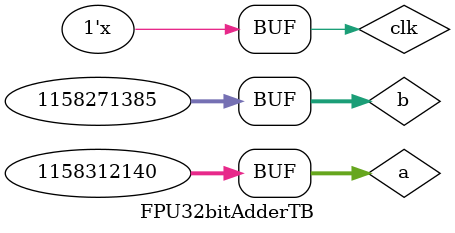
<source format=v>
`timescale 1ps / 1ps

module FPU32bitAdderTB;

	reg clk;
	reg [31:0] a, b;

	wire [31:0] out;

	FPU32bitAdderTop uut (a, b, clk, out); 

	initial 
	begin
		clk = 0;
		a = 0;
		b = 0;
#10;
      clk = 0;
		a = 32'b11000000100100110011001100110011;//-4.6
		b = 32'b11000000100100110011001100110011;//-4.6
		//out = 11000001000100110011001100110011;//-9.2
#20;
		clk = 0;
		a = 32'b11000000100100110011001100110011;//-4.6;
		b = 32'b00111111000110011001100110011001;//0.6
		//out = 11000000100000000000000000000000 //-4
#30;
    	clk = 0;
		a = 32'b01000000010011001100110011001100;//3.2;
		b = 32'b10111111000110011001100110011001;//-0.6
		//out = 01000000001001100110011001100110 //2.6

#40;
 	   clk = 0;
		a = 32'b01000101000010100111000011001100;//2215.05;
		b = 32'b01000101000010011101000110011001;//2205.10
		//out = 01000101100010100010000100110011 //4420.15

#50;
   end	
   always #5 clk=(~clk);  
endmodule
</source>
